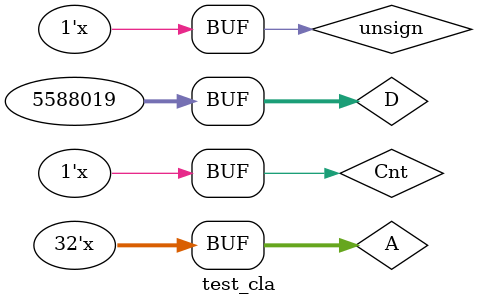
<source format=v>
`timescale 1ns / 1ps
module test_cla;
reg [31:0] A,D;
reg Cnt,unsign;
wire Cout,sign;
wire [31:0] S;
cla_adder uut(A,D,Cnt,unsign,Cout,sign,S);
//cla_adder uut(.A(A),.D(D),.Cnt(Cnt),.Cout(Cout),.sign(sign),.unsign(unsign),.S(S));
initial begin
A=32'h00778866;
D=32'h00554433;
Cnt=0;
unsign=0;
end
always begin
#10 A=A+1;
#10 Cnt=~Cnt;
#10 unsign=~unsign;
end
endmodule

</source>
